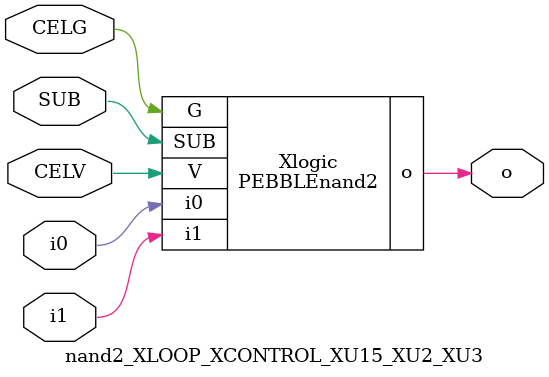
<source format=v>



module PEBBLEnand2 ( o, G, SUB, V, i0, i1 );

  input i0;
  input V;
  input i1;
  input G;
  output o;
  input SUB;
endmodule

//Celera Confidential Do Not Copy nand2_XLOOP_XCONTROL_XU15_XU2_XU3
//Celera Confidential Symbol Generator
//5V NAND2
module nand2_XLOOP_XCONTROL_XU15_XU2_XU3 (CELV,CELG,i0,i1,o,SUB);
input CELV;
input CELG;
input i0;
input i1;
input SUB;
output o;

//Celera Confidential Do Not Copy nand2
PEBBLEnand2 Xlogic(
.V (CELV),
.i0 (i0),
.i1 (i1),
.o (o),
.SUB (SUB),
.G (CELG)
);
//,diesize,PEBBLEnand2

//Celera Confidential Do Not Copy Module End
//Celera Schematic Generator
endmodule

</source>
